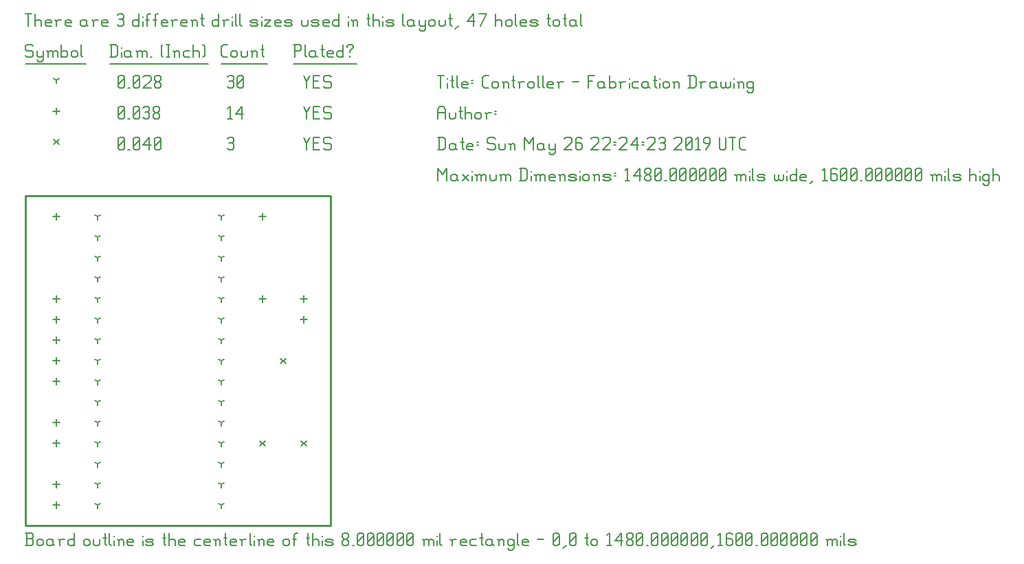
<source format=gbr>
G04 start of page 9 for group -3984 idx -3984 *
G04 Title: Controller, fab *
G04 Creator: pcb 4.0.2 *
G04 CreationDate: Sun May 26 22:24:23 2019 UTC *
G04 For: luigi *
G04 Format: Gerber/RS-274X *
G04 PCB-Dimensions (mil): 1480.00 1600.00 *
G04 PCB-Coordinate-Origin: lower left *
%MOIN*%
%FSLAX25Y25*%
%LNFAB*%
%ADD49C,0.0100*%
%ADD48C,0.0075*%
%ADD47C,0.0060*%
%ADD46C,0.0080*%
G54D46*X123800Y81200D02*X126200Y78800D01*
X123800D02*X126200Y81200D01*
X113800Y41200D02*X116200Y38800D01*
X113800D02*X116200Y41200D01*
X133800D02*X136200Y38800D01*
X133800D02*X136200Y41200D01*
X13800Y187450D02*X16200Y185050D01*
X13800D02*X16200Y187450D01*
G54D47*X135000Y188500D02*X136500Y185500D01*
X138000Y188500D01*
X136500Y185500D02*Y182500D01*
X139800Y185800D02*X142050D01*
X139800Y182500D02*X142800D01*
X139800Y188500D02*Y182500D01*
Y188500D02*X142800D01*
X147600D02*X148350Y187750D01*
X145350Y188500D02*X147600D01*
X144600Y187750D02*X145350Y188500D01*
X144600Y187750D02*Y186250D01*
X145350Y185500D01*
X147600D01*
X148350Y184750D01*
Y183250D01*
X147600Y182500D02*X148350Y183250D01*
X145350Y182500D02*X147600D01*
X144600Y183250D02*X145350Y182500D01*
X98000Y187750D02*X98750Y188500D01*
X100250D01*
X101000Y187750D01*
X100250Y182500D02*X101000Y183250D01*
X98750Y182500D02*X100250D01*
X98000Y183250D02*X98750Y182500D01*
Y185800D02*X100250D01*
X101000Y187750D02*Y186550D01*
Y185050D02*Y183250D01*
Y185050D02*X100250Y185800D01*
X101000Y186550D02*X100250Y185800D01*
X45000Y183250D02*X45750Y182500D01*
X45000Y187750D02*Y183250D01*
Y187750D02*X45750Y188500D01*
X47250D01*
X48000Y187750D01*
Y183250D01*
X47250Y182500D02*X48000Y183250D01*
X45750Y182500D02*X47250D01*
X45000Y184000D02*X48000Y187000D01*
X49800Y182500D02*X50550D01*
X52350Y183250D02*X53100Y182500D01*
X52350Y187750D02*Y183250D01*
Y187750D02*X53100Y188500D01*
X54600D01*
X55350Y187750D01*
Y183250D01*
X54600Y182500D02*X55350Y183250D01*
X53100Y182500D02*X54600D01*
X52350Y184000D02*X55350Y187000D01*
X57150Y184750D02*X60150Y188500D01*
X57150Y184750D02*X60900D01*
X60150Y188500D02*Y182500D01*
X62700Y183250D02*X63450Y182500D01*
X62700Y187750D02*Y183250D01*
Y187750D02*X63450Y188500D01*
X64950D01*
X65700Y187750D01*
Y183250D01*
X64950Y182500D02*X65700Y183250D01*
X63450Y182500D02*X64950D01*
X62700Y184000D02*X65700Y187000D01*
X115000Y111600D02*Y108400D01*
X113400Y110000D02*X116600D01*
X115000Y151600D02*Y148400D01*
X113400Y150000D02*X116600D01*
X15000Y111600D02*Y108400D01*
X13400Y110000D02*X16600D01*
X15000Y151600D02*Y148400D01*
X13400Y150000D02*X16600D01*
X15000Y21600D02*Y18400D01*
X13400Y20000D02*X16600D01*
X15000Y11600D02*Y8400D01*
X13400Y10000D02*X16600D01*
X135000Y101600D02*Y98400D01*
X133400Y100000D02*X136600D01*
X135000Y111600D02*Y108400D01*
X133400Y110000D02*X136600D01*
X15000Y71600D02*Y68400D01*
X13400Y70000D02*X16600D01*
X15000Y81600D02*Y78400D01*
X13400Y80000D02*X16600D01*
X15000Y91600D02*Y88400D01*
X13400Y90000D02*X16600D01*
X15000Y101600D02*Y98400D01*
X13400Y100000D02*X16600D01*
X15000Y41600D02*Y38400D01*
X13400Y40000D02*X16600D01*
X15000Y51600D02*Y48400D01*
X13400Y50000D02*X16600D01*
X15000Y202850D02*Y199650D01*
X13400Y201250D02*X16600D01*
X135000Y203500D02*X136500Y200500D01*
X138000Y203500D01*
X136500Y200500D02*Y197500D01*
X139800Y200800D02*X142050D01*
X139800Y197500D02*X142800D01*
X139800Y203500D02*Y197500D01*
Y203500D02*X142800D01*
X147600D02*X148350Y202750D01*
X145350Y203500D02*X147600D01*
X144600Y202750D02*X145350Y203500D01*
X144600Y202750D02*Y201250D01*
X145350Y200500D01*
X147600D01*
X148350Y199750D01*
Y198250D01*
X147600Y197500D02*X148350Y198250D01*
X145350Y197500D02*X147600D01*
X144600Y198250D02*X145350Y197500D01*
X98000Y202300D02*X99200Y203500D01*
Y197500D01*
X98000D02*X100250D01*
X102050Y199750D02*X105050Y203500D01*
X102050Y199750D02*X105800D01*
X105050Y203500D02*Y197500D01*
X45000Y198250D02*X45750Y197500D01*
X45000Y202750D02*Y198250D01*
Y202750D02*X45750Y203500D01*
X47250D01*
X48000Y202750D01*
Y198250D01*
X47250Y197500D02*X48000Y198250D01*
X45750Y197500D02*X47250D01*
X45000Y199000D02*X48000Y202000D01*
X49800Y197500D02*X50550D01*
X52350Y198250D02*X53100Y197500D01*
X52350Y202750D02*Y198250D01*
Y202750D02*X53100Y203500D01*
X54600D01*
X55350Y202750D01*
Y198250D01*
X54600Y197500D02*X55350Y198250D01*
X53100Y197500D02*X54600D01*
X52350Y199000D02*X55350Y202000D01*
X57150Y202750D02*X57900Y203500D01*
X59400D01*
X60150Y202750D01*
X59400Y197500D02*X60150Y198250D01*
X57900Y197500D02*X59400D01*
X57150Y198250D02*X57900Y197500D01*
Y200800D02*X59400D01*
X60150Y202750D02*Y201550D01*
Y200050D02*Y198250D01*
Y200050D02*X59400Y200800D01*
X60150Y201550D02*X59400Y200800D01*
X61950Y198250D02*X62700Y197500D01*
X61950Y199450D02*Y198250D01*
Y199450D02*X63000Y200500D01*
X63900D01*
X64950Y199450D01*
Y198250D01*
X64200Y197500D02*X64950Y198250D01*
X62700Y197500D02*X64200D01*
X61950Y201550D02*X63000Y200500D01*
X61950Y202750D02*Y201550D01*
Y202750D02*X62700Y203500D01*
X64200D01*
X64950Y202750D01*
Y201550D01*
X63900Y200500D02*X64950Y201550D01*
X35000Y150000D02*Y148400D01*
Y150000D02*X36387Y150800D01*
X35000Y150000D02*X33613Y150800D01*
X35000Y140000D02*Y138400D01*
Y140000D02*X36387Y140800D01*
X35000Y140000D02*X33613Y140800D01*
X35000Y130000D02*Y128400D01*
Y130000D02*X36387Y130800D01*
X35000Y130000D02*X33613Y130800D01*
X35000Y120000D02*Y118400D01*
Y120000D02*X36387Y120800D01*
X35000Y120000D02*X33613Y120800D01*
X35000Y110000D02*Y108400D01*
Y110000D02*X36387Y110800D01*
X35000Y110000D02*X33613Y110800D01*
X35000Y100000D02*Y98400D01*
Y100000D02*X36387Y100800D01*
X35000Y100000D02*X33613Y100800D01*
X35000Y90000D02*Y88400D01*
Y90000D02*X36387Y90800D01*
X35000Y90000D02*X33613Y90800D01*
X35000Y80000D02*Y78400D01*
Y80000D02*X36387Y80800D01*
X35000Y80000D02*X33613Y80800D01*
X35000Y70000D02*Y68400D01*
Y70000D02*X36387Y70800D01*
X35000Y70000D02*X33613Y70800D01*
X35000Y60000D02*Y58400D01*
Y60000D02*X36387Y60800D01*
X35000Y60000D02*X33613Y60800D01*
X35000Y50000D02*Y48400D01*
Y50000D02*X36387Y50800D01*
X35000Y50000D02*X33613Y50800D01*
X35000Y40000D02*Y38400D01*
Y40000D02*X36387Y40800D01*
X35000Y40000D02*X33613Y40800D01*
X35000Y30000D02*Y28400D01*
Y30000D02*X36387Y30800D01*
X35000Y30000D02*X33613Y30800D01*
X35000Y20000D02*Y18400D01*
Y20000D02*X36387Y20800D01*
X35000Y20000D02*X33613Y20800D01*
X35000Y10000D02*Y8400D01*
Y10000D02*X36387Y10800D01*
X35000Y10000D02*X33613Y10800D01*
X95000Y10000D02*Y8400D01*
Y10000D02*X96387Y10800D01*
X95000Y10000D02*X93613Y10800D01*
X95000Y20000D02*Y18400D01*
Y20000D02*X96387Y20800D01*
X95000Y20000D02*X93613Y20800D01*
X95000Y30000D02*Y28400D01*
Y30000D02*X96387Y30800D01*
X95000Y30000D02*X93613Y30800D01*
X95000Y40000D02*Y38400D01*
Y40000D02*X96387Y40800D01*
X95000Y40000D02*X93613Y40800D01*
X95000Y50000D02*Y48400D01*
Y50000D02*X96387Y50800D01*
X95000Y50000D02*X93613Y50800D01*
X95000Y60000D02*Y58400D01*
Y60000D02*X96387Y60800D01*
X95000Y60000D02*X93613Y60800D01*
X95000Y70000D02*Y68400D01*
Y70000D02*X96387Y70800D01*
X95000Y70000D02*X93613Y70800D01*
X95000Y80000D02*Y78400D01*
Y80000D02*X96387Y80800D01*
X95000Y80000D02*X93613Y80800D01*
X95000Y90000D02*Y88400D01*
Y90000D02*X96387Y90800D01*
X95000Y90000D02*X93613Y90800D01*
X95000Y100000D02*Y98400D01*
Y100000D02*X96387Y100800D01*
X95000Y100000D02*X93613Y100800D01*
X95000Y110000D02*Y108400D01*
Y110000D02*X96387Y110800D01*
X95000Y110000D02*X93613Y110800D01*
X95000Y120000D02*Y118400D01*
Y120000D02*X96387Y120800D01*
X95000Y120000D02*X93613Y120800D01*
X95000Y130000D02*Y128400D01*
Y130000D02*X96387Y130800D01*
X95000Y130000D02*X93613Y130800D01*
X95000Y140000D02*Y138400D01*
Y140000D02*X96387Y140800D01*
X95000Y140000D02*X93613Y140800D01*
X95000Y150000D02*Y148400D01*
Y150000D02*X96387Y150800D01*
X95000Y150000D02*X93613Y150800D01*
X15000Y216250D02*Y214650D01*
Y216250D02*X16387Y217050D01*
X15000Y216250D02*X13613Y217050D01*
X135000Y218500D02*X136500Y215500D01*
X138000Y218500D01*
X136500Y215500D02*Y212500D01*
X139800Y215800D02*X142050D01*
X139800Y212500D02*X142800D01*
X139800Y218500D02*Y212500D01*
Y218500D02*X142800D01*
X147600D02*X148350Y217750D01*
X145350Y218500D02*X147600D01*
X144600Y217750D02*X145350Y218500D01*
X144600Y217750D02*Y216250D01*
X145350Y215500D01*
X147600D01*
X148350Y214750D01*
Y213250D01*
X147600Y212500D02*X148350Y213250D01*
X145350Y212500D02*X147600D01*
X144600Y213250D02*X145350Y212500D01*
X98000Y217750D02*X98750Y218500D01*
X100250D01*
X101000Y217750D01*
X100250Y212500D02*X101000Y213250D01*
X98750Y212500D02*X100250D01*
X98000Y213250D02*X98750Y212500D01*
Y215800D02*X100250D01*
X101000Y217750D02*Y216550D01*
Y215050D02*Y213250D01*
Y215050D02*X100250Y215800D01*
X101000Y216550D02*X100250Y215800D01*
X102800Y213250D02*X103550Y212500D01*
X102800Y217750D02*Y213250D01*
Y217750D02*X103550Y218500D01*
X105050D01*
X105800Y217750D01*
Y213250D01*
X105050Y212500D02*X105800Y213250D01*
X103550Y212500D02*X105050D01*
X102800Y214000D02*X105800Y217000D01*
X45000Y213250D02*X45750Y212500D01*
X45000Y217750D02*Y213250D01*
Y217750D02*X45750Y218500D01*
X47250D01*
X48000Y217750D01*
Y213250D01*
X47250Y212500D02*X48000Y213250D01*
X45750Y212500D02*X47250D01*
X45000Y214000D02*X48000Y217000D01*
X49800Y212500D02*X50550D01*
X52350Y213250D02*X53100Y212500D01*
X52350Y217750D02*Y213250D01*
Y217750D02*X53100Y218500D01*
X54600D01*
X55350Y217750D01*
Y213250D01*
X54600Y212500D02*X55350Y213250D01*
X53100Y212500D02*X54600D01*
X52350Y214000D02*X55350Y217000D01*
X57150Y217750D02*X57900Y218500D01*
X60150D01*
X60900Y217750D01*
Y216250D01*
X57150Y212500D02*X60900Y216250D01*
X57150Y212500D02*X60900D01*
X62700Y213250D02*X63450Y212500D01*
X62700Y214450D02*Y213250D01*
Y214450D02*X63750Y215500D01*
X64650D01*
X65700Y214450D01*
Y213250D01*
X64950Y212500D02*X65700Y213250D01*
X63450Y212500D02*X64950D01*
X62700Y216550D02*X63750Y215500D01*
X62700Y217750D02*Y216550D01*
Y217750D02*X63450Y218500D01*
X64950D01*
X65700Y217750D01*
Y216550D01*
X64650Y215500D02*X65700Y216550D01*
X3000Y233500D02*X3750Y232750D01*
X750Y233500D02*X3000D01*
X0Y232750D02*X750Y233500D01*
X0Y232750D02*Y231250D01*
X750Y230500D01*
X3000D01*
X3750Y229750D01*
Y228250D01*
X3000Y227500D02*X3750Y228250D01*
X750Y227500D02*X3000D01*
X0Y228250D02*X750Y227500D01*
X5550Y230500D02*Y228250D01*
X6300Y227500D01*
X8550Y230500D02*Y226000D01*
X7800Y225250D02*X8550Y226000D01*
X6300Y225250D02*X7800D01*
X5550Y226000D02*X6300Y225250D01*
Y227500D02*X7800D01*
X8550Y228250D01*
X11100Y229750D02*Y227500D01*
Y229750D02*X11850Y230500D01*
X12600D01*
X13350Y229750D01*
Y227500D01*
Y229750D02*X14100Y230500D01*
X14850D01*
X15600Y229750D01*
Y227500D01*
X10350Y230500D02*X11100Y229750D01*
X17400Y233500D02*Y227500D01*
Y228250D02*X18150Y227500D01*
X19650D01*
X20400Y228250D01*
Y229750D02*Y228250D01*
X19650Y230500D02*X20400Y229750D01*
X18150Y230500D02*X19650D01*
X17400Y229750D02*X18150Y230500D01*
X22200Y229750D02*Y228250D01*
Y229750D02*X22950Y230500D01*
X24450D01*
X25200Y229750D01*
Y228250D01*
X24450Y227500D02*X25200Y228250D01*
X22950Y227500D02*X24450D01*
X22200Y228250D02*X22950Y227500D01*
X27000Y233500D02*Y228250D01*
X27750Y227500D01*
X0Y224250D02*X29250D01*
X41750Y233500D02*Y227500D01*
X43700Y233500D02*X44750Y232450D01*
Y228550D01*
X43700Y227500D02*X44750Y228550D01*
X41000Y227500D02*X43700D01*
X41000Y233500D02*X43700D01*
G54D48*X46550Y232000D02*Y231850D01*
G54D47*Y229750D02*Y227500D01*
X50300Y230500D02*X51050Y229750D01*
X48800Y230500D02*X50300D01*
X48050Y229750D02*X48800Y230500D01*
X48050Y229750D02*Y228250D01*
X48800Y227500D01*
X51050Y230500D02*Y228250D01*
X51800Y227500D01*
X48800D02*X50300D01*
X51050Y228250D01*
X54350Y229750D02*Y227500D01*
Y229750D02*X55100Y230500D01*
X55850D01*
X56600Y229750D01*
Y227500D01*
Y229750D02*X57350Y230500D01*
X58100D01*
X58850Y229750D01*
Y227500D01*
X53600Y230500D02*X54350Y229750D01*
X60650Y227500D02*X61400D01*
X65900Y228250D02*X66650Y227500D01*
X65900Y232750D02*X66650Y233500D01*
X65900Y232750D02*Y228250D01*
X68450Y233500D02*X69950D01*
X69200D02*Y227500D01*
X68450D02*X69950D01*
X72500Y229750D02*Y227500D01*
Y229750D02*X73250Y230500D01*
X74000D01*
X74750Y229750D01*
Y227500D01*
X71750Y230500D02*X72500Y229750D01*
X77300Y230500D02*X79550D01*
X76550Y229750D02*X77300Y230500D01*
X76550Y229750D02*Y228250D01*
X77300Y227500D01*
X79550D01*
X81350Y233500D02*Y227500D01*
Y229750D02*X82100Y230500D01*
X83600D01*
X84350Y229750D01*
Y227500D01*
X86150Y233500D02*X86900Y232750D01*
Y228250D01*
X86150Y227500D02*X86900Y228250D01*
X41000Y224250D02*X88700D01*
X96050Y227500D02*X98000D01*
X95000Y228550D02*X96050Y227500D01*
X95000Y232450D02*Y228550D01*
Y232450D02*X96050Y233500D01*
X98000D01*
X99800Y229750D02*Y228250D01*
Y229750D02*X100550Y230500D01*
X102050D01*
X102800Y229750D01*
Y228250D01*
X102050Y227500D02*X102800Y228250D01*
X100550Y227500D02*X102050D01*
X99800Y228250D02*X100550Y227500D01*
X104600Y230500D02*Y228250D01*
X105350Y227500D01*
X106850D01*
X107600Y228250D01*
Y230500D02*Y228250D01*
X110150Y229750D02*Y227500D01*
Y229750D02*X110900Y230500D01*
X111650D01*
X112400Y229750D01*
Y227500D01*
X109400Y230500D02*X110150Y229750D01*
X114950Y233500D02*Y228250D01*
X115700Y227500D01*
X114200Y231250D02*X115700D01*
X95000Y224250D02*X117200D01*
X130750Y233500D02*Y227500D01*
X130000Y233500D02*X133000D01*
X133750Y232750D01*
Y231250D01*
X133000Y230500D02*X133750Y231250D01*
X130750Y230500D02*X133000D01*
X135550Y233500D02*Y228250D01*
X136300Y227500D01*
X140050Y230500D02*X140800Y229750D01*
X138550Y230500D02*X140050D01*
X137800Y229750D02*X138550Y230500D01*
X137800Y229750D02*Y228250D01*
X138550Y227500D01*
X140800Y230500D02*Y228250D01*
X141550Y227500D01*
X138550D02*X140050D01*
X140800Y228250D01*
X144100Y233500D02*Y228250D01*
X144850Y227500D01*
X143350Y231250D02*X144850D01*
X147100Y227500D02*X149350D01*
X146350Y228250D02*X147100Y227500D01*
X146350Y229750D02*Y228250D01*
Y229750D02*X147100Y230500D01*
X148600D01*
X149350Y229750D01*
X146350Y229000D02*X149350D01*
Y229750D02*Y229000D01*
X154150Y233500D02*Y227500D01*
X153400D02*X154150Y228250D01*
X151900Y227500D02*X153400D01*
X151150Y228250D02*X151900Y227500D01*
X151150Y229750D02*Y228250D01*
Y229750D02*X151900Y230500D01*
X153400D01*
X154150Y229750D01*
X157450Y230500D02*Y229750D01*
Y228250D02*Y227500D01*
X155950Y232750D02*Y232000D01*
Y232750D02*X156700Y233500D01*
X158200D01*
X158950Y232750D01*
Y232000D01*
X157450Y230500D02*X158950Y232000D01*
X130000Y224250D02*X160750D01*
X0Y248500D02*X3000D01*
X1500D02*Y242500D01*
X4800Y248500D02*Y242500D01*
Y244750D02*X5550Y245500D01*
X7050D01*
X7800Y244750D01*
Y242500D01*
X10350D02*X12600D01*
X9600Y243250D02*X10350Y242500D01*
X9600Y244750D02*Y243250D01*
Y244750D02*X10350Y245500D01*
X11850D01*
X12600Y244750D01*
X9600Y244000D02*X12600D01*
Y244750D02*Y244000D01*
X15150Y244750D02*Y242500D01*
Y244750D02*X15900Y245500D01*
X17400D01*
X14400D02*X15150Y244750D01*
X19950Y242500D02*X22200D01*
X19200Y243250D02*X19950Y242500D01*
X19200Y244750D02*Y243250D01*
Y244750D02*X19950Y245500D01*
X21450D01*
X22200Y244750D01*
X19200Y244000D02*X22200D01*
Y244750D02*Y244000D01*
X28950Y245500D02*X29700Y244750D01*
X27450Y245500D02*X28950D01*
X26700Y244750D02*X27450Y245500D01*
X26700Y244750D02*Y243250D01*
X27450Y242500D01*
X29700Y245500D02*Y243250D01*
X30450Y242500D01*
X27450D02*X28950D01*
X29700Y243250D01*
X33000Y244750D02*Y242500D01*
Y244750D02*X33750Y245500D01*
X35250D01*
X32250D02*X33000Y244750D01*
X37800Y242500D02*X40050D01*
X37050Y243250D02*X37800Y242500D01*
X37050Y244750D02*Y243250D01*
Y244750D02*X37800Y245500D01*
X39300D01*
X40050Y244750D01*
X37050Y244000D02*X40050D01*
Y244750D02*Y244000D01*
X44550Y247750D02*X45300Y248500D01*
X46800D01*
X47550Y247750D01*
X46800Y242500D02*X47550Y243250D01*
X45300Y242500D02*X46800D01*
X44550Y243250D02*X45300Y242500D01*
Y245800D02*X46800D01*
X47550Y247750D02*Y246550D01*
Y245050D02*Y243250D01*
Y245050D02*X46800Y245800D01*
X47550Y246550D02*X46800Y245800D01*
X55050Y248500D02*Y242500D01*
X54300D02*X55050Y243250D01*
X52800Y242500D02*X54300D01*
X52050Y243250D02*X52800Y242500D01*
X52050Y244750D02*Y243250D01*
Y244750D02*X52800Y245500D01*
X54300D01*
X55050Y244750D01*
G54D48*X56850Y247000D02*Y246850D01*
G54D47*Y244750D02*Y242500D01*
X59100Y247750D02*Y242500D01*
Y247750D02*X59850Y248500D01*
X60600D01*
X58350Y245500D02*X59850D01*
X62850Y247750D02*Y242500D01*
Y247750D02*X63600Y248500D01*
X64350D01*
X62100Y245500D02*X63600D01*
X66600Y242500D02*X68850D01*
X65850Y243250D02*X66600Y242500D01*
X65850Y244750D02*Y243250D01*
Y244750D02*X66600Y245500D01*
X68100D01*
X68850Y244750D01*
X65850Y244000D02*X68850D01*
Y244750D02*Y244000D01*
X71400Y244750D02*Y242500D01*
Y244750D02*X72150Y245500D01*
X73650D01*
X70650D02*X71400Y244750D01*
X76200Y242500D02*X78450D01*
X75450Y243250D02*X76200Y242500D01*
X75450Y244750D02*Y243250D01*
Y244750D02*X76200Y245500D01*
X77700D01*
X78450Y244750D01*
X75450Y244000D02*X78450D01*
Y244750D02*Y244000D01*
X81000Y244750D02*Y242500D01*
Y244750D02*X81750Y245500D01*
X82500D01*
X83250Y244750D01*
Y242500D01*
X80250Y245500D02*X81000Y244750D01*
X85800Y248500D02*Y243250D01*
X86550Y242500D01*
X85050Y246250D02*X86550D01*
X93750Y248500D02*Y242500D01*
X93000D02*X93750Y243250D01*
X91500Y242500D02*X93000D01*
X90750Y243250D02*X91500Y242500D01*
X90750Y244750D02*Y243250D01*
Y244750D02*X91500Y245500D01*
X93000D01*
X93750Y244750D01*
X96300D02*Y242500D01*
Y244750D02*X97050Y245500D01*
X98550D01*
X95550D02*X96300Y244750D01*
G54D48*X100350Y247000D02*Y246850D01*
G54D47*Y244750D02*Y242500D01*
X101850Y248500D02*Y243250D01*
X102600Y242500D01*
X104100Y248500D02*Y243250D01*
X104850Y242500D01*
X109800D02*X112050D01*
X112800Y243250D01*
X112050Y244000D02*X112800Y243250D01*
X109800Y244000D02*X112050D01*
X109050Y244750D02*X109800Y244000D01*
X109050Y244750D02*X109800Y245500D01*
X112050D01*
X112800Y244750D01*
X109050Y243250D02*X109800Y242500D01*
G54D48*X114600Y247000D02*Y246850D01*
G54D47*Y244750D02*Y242500D01*
X116100Y245500D02*X119100D01*
X116100Y242500D02*X119100Y245500D01*
X116100Y242500D02*X119100D01*
X121650D02*X123900D01*
X120900Y243250D02*X121650Y242500D01*
X120900Y244750D02*Y243250D01*
Y244750D02*X121650Y245500D01*
X123150D01*
X123900Y244750D01*
X120900Y244000D02*X123900D01*
Y244750D02*Y244000D01*
X126450Y242500D02*X128700D01*
X129450Y243250D01*
X128700Y244000D02*X129450Y243250D01*
X126450Y244000D02*X128700D01*
X125700Y244750D02*X126450Y244000D01*
X125700Y244750D02*X126450Y245500D01*
X128700D01*
X129450Y244750D01*
X125700Y243250D02*X126450Y242500D01*
X133950Y245500D02*Y243250D01*
X134700Y242500D01*
X136200D01*
X136950Y243250D01*
Y245500D02*Y243250D01*
X139500Y242500D02*X141750D01*
X142500Y243250D01*
X141750Y244000D02*X142500Y243250D01*
X139500Y244000D02*X141750D01*
X138750Y244750D02*X139500Y244000D01*
X138750Y244750D02*X139500Y245500D01*
X141750D01*
X142500Y244750D01*
X138750Y243250D02*X139500Y242500D01*
X145050D02*X147300D01*
X144300Y243250D02*X145050Y242500D01*
X144300Y244750D02*Y243250D01*
Y244750D02*X145050Y245500D01*
X146550D01*
X147300Y244750D01*
X144300Y244000D02*X147300D01*
Y244750D02*Y244000D01*
X152100Y248500D02*Y242500D01*
X151350D02*X152100Y243250D01*
X149850Y242500D02*X151350D01*
X149100Y243250D02*X149850Y242500D01*
X149100Y244750D02*Y243250D01*
Y244750D02*X149850Y245500D01*
X151350D01*
X152100Y244750D01*
G54D48*X156600Y247000D02*Y246850D01*
G54D47*Y244750D02*Y242500D01*
X158850Y244750D02*Y242500D01*
Y244750D02*X159600Y245500D01*
X160350D01*
X161100Y244750D01*
Y242500D01*
X158100Y245500D02*X158850Y244750D01*
X166350Y248500D02*Y243250D01*
X167100Y242500D01*
X165600Y246250D02*X167100D01*
X168600Y248500D02*Y242500D01*
Y244750D02*X169350Y245500D01*
X170850D01*
X171600Y244750D01*
Y242500D01*
G54D48*X173400Y247000D02*Y246850D01*
G54D47*Y244750D02*Y242500D01*
X175650D02*X177900D01*
X178650Y243250D01*
X177900Y244000D02*X178650Y243250D01*
X175650Y244000D02*X177900D01*
X174900Y244750D02*X175650Y244000D01*
X174900Y244750D02*X175650Y245500D01*
X177900D01*
X178650Y244750D01*
X174900Y243250D02*X175650Y242500D01*
X183150Y248500D02*Y243250D01*
X183900Y242500D01*
X187650Y245500D02*X188400Y244750D01*
X186150Y245500D02*X187650D01*
X185400Y244750D02*X186150Y245500D01*
X185400Y244750D02*Y243250D01*
X186150Y242500D01*
X188400Y245500D02*Y243250D01*
X189150Y242500D01*
X186150D02*X187650D01*
X188400Y243250D01*
X190950Y245500D02*Y243250D01*
X191700Y242500D01*
X193950Y245500D02*Y241000D01*
X193200Y240250D02*X193950Y241000D01*
X191700Y240250D02*X193200D01*
X190950Y241000D02*X191700Y240250D01*
Y242500D02*X193200D01*
X193950Y243250D01*
X195750Y244750D02*Y243250D01*
Y244750D02*X196500Y245500D01*
X198000D01*
X198750Y244750D01*
Y243250D01*
X198000Y242500D02*X198750Y243250D01*
X196500Y242500D02*X198000D01*
X195750Y243250D02*X196500Y242500D01*
X200550Y245500D02*Y243250D01*
X201300Y242500D01*
X202800D01*
X203550Y243250D01*
Y245500D02*Y243250D01*
X206100Y248500D02*Y243250D01*
X206850Y242500D01*
X205350Y246250D02*X206850D01*
X208350Y241000D02*X209850Y242500D01*
X214350Y244750D02*X217350Y248500D01*
X214350Y244750D02*X218100D01*
X217350Y248500D02*Y242500D01*
X220650D02*X223650Y248500D01*
X219900D02*X223650D01*
X228150D02*Y242500D01*
Y244750D02*X228900Y245500D01*
X230400D01*
X231150Y244750D01*
Y242500D01*
X232950Y244750D02*Y243250D01*
Y244750D02*X233700Y245500D01*
X235200D01*
X235950Y244750D01*
Y243250D01*
X235200Y242500D02*X235950Y243250D01*
X233700Y242500D02*X235200D01*
X232950Y243250D02*X233700Y242500D01*
X237750Y248500D02*Y243250D01*
X238500Y242500D01*
X240750D02*X243000D01*
X240000Y243250D02*X240750Y242500D01*
X240000Y244750D02*Y243250D01*
Y244750D02*X240750Y245500D01*
X242250D01*
X243000Y244750D01*
X240000Y244000D02*X243000D01*
Y244750D02*Y244000D01*
X245550Y242500D02*X247800D01*
X248550Y243250D01*
X247800Y244000D02*X248550Y243250D01*
X245550Y244000D02*X247800D01*
X244800Y244750D02*X245550Y244000D01*
X244800Y244750D02*X245550Y245500D01*
X247800D01*
X248550Y244750D01*
X244800Y243250D02*X245550Y242500D01*
X253800Y248500D02*Y243250D01*
X254550Y242500D01*
X253050Y246250D02*X254550D01*
X256050Y244750D02*Y243250D01*
Y244750D02*X256800Y245500D01*
X258300D01*
X259050Y244750D01*
Y243250D01*
X258300Y242500D02*X259050Y243250D01*
X256800Y242500D02*X258300D01*
X256050Y243250D02*X256800Y242500D01*
X261600Y248500D02*Y243250D01*
X262350Y242500D01*
X260850Y246250D02*X262350D01*
X266100Y245500D02*X266850Y244750D01*
X264600Y245500D02*X266100D01*
X263850Y244750D02*X264600Y245500D01*
X263850Y244750D02*Y243250D01*
X264600Y242500D01*
X266850Y245500D02*Y243250D01*
X267600Y242500D01*
X264600D02*X266100D01*
X266850Y243250D01*
X269400Y248500D02*Y243250D01*
X270150Y242500D01*
G54D49*X0Y160000D02*X148000D01*
X0D02*Y0D01*
X148000Y160000D02*Y0D01*
X0D02*X148000D01*
G54D47*X200000Y173500D02*Y167500D01*
Y173500D02*X202250Y170500D01*
X204500Y173500D01*
Y167500D01*
X208550Y170500D02*X209300Y169750D01*
X207050Y170500D02*X208550D01*
X206300Y169750D02*X207050Y170500D01*
X206300Y169750D02*Y168250D01*
X207050Y167500D01*
X209300Y170500D02*Y168250D01*
X210050Y167500D01*
X207050D02*X208550D01*
X209300Y168250D01*
X211850Y170500D02*X214850Y167500D01*
X211850D02*X214850Y170500D01*
G54D48*X216650Y172000D02*Y171850D01*
G54D47*Y169750D02*Y167500D01*
X218900Y169750D02*Y167500D01*
Y169750D02*X219650Y170500D01*
X220400D01*
X221150Y169750D01*
Y167500D01*
Y169750D02*X221900Y170500D01*
X222650D01*
X223400Y169750D01*
Y167500D01*
X218150Y170500D02*X218900Y169750D01*
X225200Y170500D02*Y168250D01*
X225950Y167500D01*
X227450D01*
X228200Y168250D01*
Y170500D02*Y168250D01*
X230750Y169750D02*Y167500D01*
Y169750D02*X231500Y170500D01*
X232250D01*
X233000Y169750D01*
Y167500D01*
Y169750D02*X233750Y170500D01*
X234500D01*
X235250Y169750D01*
Y167500D01*
X230000Y170500D02*X230750Y169750D01*
X240500Y173500D02*Y167500D01*
X242450Y173500D02*X243500Y172450D01*
Y168550D01*
X242450Y167500D02*X243500Y168550D01*
X239750Y167500D02*X242450D01*
X239750Y173500D02*X242450D01*
G54D48*X245300Y172000D02*Y171850D01*
G54D47*Y169750D02*Y167500D01*
X247550Y169750D02*Y167500D01*
Y169750D02*X248300Y170500D01*
X249050D01*
X249800Y169750D01*
Y167500D01*
Y169750D02*X250550Y170500D01*
X251300D01*
X252050Y169750D01*
Y167500D01*
X246800Y170500D02*X247550Y169750D01*
X254600Y167500D02*X256850D01*
X253850Y168250D02*X254600Y167500D01*
X253850Y169750D02*Y168250D01*
Y169750D02*X254600Y170500D01*
X256100D01*
X256850Y169750D01*
X253850Y169000D02*X256850D01*
Y169750D02*Y169000D01*
X259400Y169750D02*Y167500D01*
Y169750D02*X260150Y170500D01*
X260900D01*
X261650Y169750D01*
Y167500D01*
X258650Y170500D02*X259400Y169750D01*
X264200Y167500D02*X266450D01*
X267200Y168250D01*
X266450Y169000D02*X267200Y168250D01*
X264200Y169000D02*X266450D01*
X263450Y169750D02*X264200Y169000D01*
X263450Y169750D02*X264200Y170500D01*
X266450D01*
X267200Y169750D01*
X263450Y168250D02*X264200Y167500D01*
G54D48*X269000Y172000D02*Y171850D01*
G54D47*Y169750D02*Y167500D01*
X270500Y169750D02*Y168250D01*
Y169750D02*X271250Y170500D01*
X272750D01*
X273500Y169750D01*
Y168250D01*
X272750Y167500D02*X273500Y168250D01*
X271250Y167500D02*X272750D01*
X270500Y168250D02*X271250Y167500D01*
X276050Y169750D02*Y167500D01*
Y169750D02*X276800Y170500D01*
X277550D01*
X278300Y169750D01*
Y167500D01*
X275300Y170500D02*X276050Y169750D01*
X280850Y167500D02*X283100D01*
X283850Y168250D01*
X283100Y169000D02*X283850Y168250D01*
X280850Y169000D02*X283100D01*
X280100Y169750D02*X280850Y169000D01*
X280100Y169750D02*X280850Y170500D01*
X283100D01*
X283850Y169750D01*
X280100Y168250D02*X280850Y167500D01*
X285650Y171250D02*X286400D01*
X285650Y169750D02*X286400D01*
X290900Y172300D02*X292100Y173500D01*
Y167500D01*
X290900D02*X293150D01*
X294950Y169750D02*X297950Y173500D01*
X294950Y169750D02*X298700D01*
X297950Y173500D02*Y167500D01*
X300500Y168250D02*X301250Y167500D01*
X300500Y169450D02*Y168250D01*
Y169450D02*X301550Y170500D01*
X302450D01*
X303500Y169450D01*
Y168250D01*
X302750Y167500D02*X303500Y168250D01*
X301250Y167500D02*X302750D01*
X300500Y171550D02*X301550Y170500D01*
X300500Y172750D02*Y171550D01*
Y172750D02*X301250Y173500D01*
X302750D01*
X303500Y172750D01*
Y171550D01*
X302450Y170500D02*X303500Y171550D01*
X305300Y168250D02*X306050Y167500D01*
X305300Y172750D02*Y168250D01*
Y172750D02*X306050Y173500D01*
X307550D01*
X308300Y172750D01*
Y168250D01*
X307550Y167500D02*X308300Y168250D01*
X306050Y167500D02*X307550D01*
X305300Y169000D02*X308300Y172000D01*
X310100Y167500D02*X310850D01*
X312650Y168250D02*X313400Y167500D01*
X312650Y172750D02*Y168250D01*
Y172750D02*X313400Y173500D01*
X314900D01*
X315650Y172750D01*
Y168250D01*
X314900Y167500D02*X315650Y168250D01*
X313400Y167500D02*X314900D01*
X312650Y169000D02*X315650Y172000D01*
X317450Y168250D02*X318200Y167500D01*
X317450Y172750D02*Y168250D01*
Y172750D02*X318200Y173500D01*
X319700D01*
X320450Y172750D01*
Y168250D01*
X319700Y167500D02*X320450Y168250D01*
X318200Y167500D02*X319700D01*
X317450Y169000D02*X320450Y172000D01*
X322250Y168250D02*X323000Y167500D01*
X322250Y172750D02*Y168250D01*
Y172750D02*X323000Y173500D01*
X324500D01*
X325250Y172750D01*
Y168250D01*
X324500Y167500D02*X325250Y168250D01*
X323000Y167500D02*X324500D01*
X322250Y169000D02*X325250Y172000D01*
X327050Y168250D02*X327800Y167500D01*
X327050Y172750D02*Y168250D01*
Y172750D02*X327800Y173500D01*
X329300D01*
X330050Y172750D01*
Y168250D01*
X329300Y167500D02*X330050Y168250D01*
X327800Y167500D02*X329300D01*
X327050Y169000D02*X330050Y172000D01*
X331850Y168250D02*X332600Y167500D01*
X331850Y172750D02*Y168250D01*
Y172750D02*X332600Y173500D01*
X334100D01*
X334850Y172750D01*
Y168250D01*
X334100Y167500D02*X334850Y168250D01*
X332600Y167500D02*X334100D01*
X331850Y169000D02*X334850Y172000D01*
X336650Y168250D02*X337400Y167500D01*
X336650Y172750D02*Y168250D01*
Y172750D02*X337400Y173500D01*
X338900D01*
X339650Y172750D01*
Y168250D01*
X338900Y167500D02*X339650Y168250D01*
X337400Y167500D02*X338900D01*
X336650Y169000D02*X339650Y172000D01*
X344900Y169750D02*Y167500D01*
Y169750D02*X345650Y170500D01*
X346400D01*
X347150Y169750D01*
Y167500D01*
Y169750D02*X347900Y170500D01*
X348650D01*
X349400Y169750D01*
Y167500D01*
X344150Y170500D02*X344900Y169750D01*
G54D48*X351200Y172000D02*Y171850D01*
G54D47*Y169750D02*Y167500D01*
X352700Y173500D02*Y168250D01*
X353450Y167500D01*
X355700D02*X357950D01*
X358700Y168250D01*
X357950Y169000D02*X358700Y168250D01*
X355700Y169000D02*X357950D01*
X354950Y169750D02*X355700Y169000D01*
X354950Y169750D02*X355700Y170500D01*
X357950D01*
X358700Y169750D01*
X354950Y168250D02*X355700Y167500D01*
X363200Y170500D02*Y168250D01*
X363950Y167500D01*
X364700D01*
X365450Y168250D01*
Y170500D02*Y168250D01*
X366200Y167500D01*
X366950D01*
X367700Y168250D01*
Y170500D02*Y168250D01*
G54D48*X369500Y172000D02*Y171850D01*
G54D47*Y169750D02*Y167500D01*
X374000Y173500D02*Y167500D01*
X373250D02*X374000Y168250D01*
X371750Y167500D02*X373250D01*
X371000Y168250D02*X371750Y167500D01*
X371000Y169750D02*Y168250D01*
Y169750D02*X371750Y170500D01*
X373250D01*
X374000Y169750D01*
X376550Y167500D02*X378800D01*
X375800Y168250D02*X376550Y167500D01*
X375800Y169750D02*Y168250D01*
Y169750D02*X376550Y170500D01*
X378050D01*
X378800Y169750D01*
X375800Y169000D02*X378800D01*
Y169750D02*Y169000D01*
X380600Y166000D02*X382100Y167500D01*
X386600Y172300D02*X387800Y173500D01*
Y167500D01*
X386600D02*X388850D01*
X392900Y173500D02*X393650Y172750D01*
X391400Y173500D02*X392900D01*
X390650Y172750D02*X391400Y173500D01*
X390650Y172750D02*Y168250D01*
X391400Y167500D01*
X392900Y170800D02*X393650Y170050D01*
X390650Y170800D02*X392900D01*
X391400Y167500D02*X392900D01*
X393650Y168250D01*
Y170050D02*Y168250D01*
X395450D02*X396200Y167500D01*
X395450Y172750D02*Y168250D01*
Y172750D02*X396200Y173500D01*
X397700D01*
X398450Y172750D01*
Y168250D01*
X397700Y167500D02*X398450Y168250D01*
X396200Y167500D02*X397700D01*
X395450Y169000D02*X398450Y172000D01*
X400250Y168250D02*X401000Y167500D01*
X400250Y172750D02*Y168250D01*
Y172750D02*X401000Y173500D01*
X402500D01*
X403250Y172750D01*
Y168250D01*
X402500Y167500D02*X403250Y168250D01*
X401000Y167500D02*X402500D01*
X400250Y169000D02*X403250Y172000D01*
X405050Y167500D02*X405800D01*
X407600Y168250D02*X408350Y167500D01*
X407600Y172750D02*Y168250D01*
Y172750D02*X408350Y173500D01*
X409850D01*
X410600Y172750D01*
Y168250D01*
X409850Y167500D02*X410600Y168250D01*
X408350Y167500D02*X409850D01*
X407600Y169000D02*X410600Y172000D01*
X412400Y168250D02*X413150Y167500D01*
X412400Y172750D02*Y168250D01*
Y172750D02*X413150Y173500D01*
X414650D01*
X415400Y172750D01*
Y168250D01*
X414650Y167500D02*X415400Y168250D01*
X413150Y167500D02*X414650D01*
X412400Y169000D02*X415400Y172000D01*
X417200Y168250D02*X417950Y167500D01*
X417200Y172750D02*Y168250D01*
Y172750D02*X417950Y173500D01*
X419450D01*
X420200Y172750D01*
Y168250D01*
X419450Y167500D02*X420200Y168250D01*
X417950Y167500D02*X419450D01*
X417200Y169000D02*X420200Y172000D01*
X422000Y168250D02*X422750Y167500D01*
X422000Y172750D02*Y168250D01*
Y172750D02*X422750Y173500D01*
X424250D01*
X425000Y172750D01*
Y168250D01*
X424250Y167500D02*X425000Y168250D01*
X422750Y167500D02*X424250D01*
X422000Y169000D02*X425000Y172000D01*
X426800Y168250D02*X427550Y167500D01*
X426800Y172750D02*Y168250D01*
Y172750D02*X427550Y173500D01*
X429050D01*
X429800Y172750D01*
Y168250D01*
X429050Y167500D02*X429800Y168250D01*
X427550Y167500D02*X429050D01*
X426800Y169000D02*X429800Y172000D01*
X431600Y168250D02*X432350Y167500D01*
X431600Y172750D02*Y168250D01*
Y172750D02*X432350Y173500D01*
X433850D01*
X434600Y172750D01*
Y168250D01*
X433850Y167500D02*X434600Y168250D01*
X432350Y167500D02*X433850D01*
X431600Y169000D02*X434600Y172000D01*
X439850Y169750D02*Y167500D01*
Y169750D02*X440600Y170500D01*
X441350D01*
X442100Y169750D01*
Y167500D01*
Y169750D02*X442850Y170500D01*
X443600D01*
X444350Y169750D01*
Y167500D01*
X439100Y170500D02*X439850Y169750D01*
G54D48*X446150Y172000D02*Y171850D01*
G54D47*Y169750D02*Y167500D01*
X447650Y173500D02*Y168250D01*
X448400Y167500D01*
X450650D02*X452900D01*
X453650Y168250D01*
X452900Y169000D02*X453650Y168250D01*
X450650Y169000D02*X452900D01*
X449900Y169750D02*X450650Y169000D01*
X449900Y169750D02*X450650Y170500D01*
X452900D01*
X453650Y169750D01*
X449900Y168250D02*X450650Y167500D01*
X458150Y173500D02*Y167500D01*
Y169750D02*X458900Y170500D01*
X460400D01*
X461150Y169750D01*
Y167500D01*
G54D48*X462950Y172000D02*Y171850D01*
G54D47*Y169750D02*Y167500D01*
X466700Y170500D02*X467450Y169750D01*
X465200Y170500D02*X466700D01*
X464450Y169750D02*X465200Y170500D01*
X464450Y169750D02*Y168250D01*
X465200Y167500D01*
X466700D01*
X467450Y168250D01*
X464450Y166000D02*X465200Y165250D01*
X466700D01*
X467450Y166000D01*
Y170500D02*Y166000D01*
X469250Y173500D02*Y167500D01*
Y169750D02*X470000Y170500D01*
X471500D01*
X472250Y169750D01*
Y167500D01*
X0Y-9500D02*X3000D01*
X3750Y-8750D01*
Y-6950D02*Y-8750D01*
X3000Y-6200D02*X3750Y-6950D01*
X750Y-6200D02*X3000D01*
X750Y-3500D02*Y-9500D01*
X0Y-3500D02*X3000D01*
X3750Y-4250D01*
Y-5450D01*
X3000Y-6200D02*X3750Y-5450D01*
X5550Y-7250D02*Y-8750D01*
Y-7250D02*X6300Y-6500D01*
X7800D01*
X8550Y-7250D01*
Y-8750D01*
X7800Y-9500D02*X8550Y-8750D01*
X6300Y-9500D02*X7800D01*
X5550Y-8750D02*X6300Y-9500D01*
X12600Y-6500D02*X13350Y-7250D01*
X11100Y-6500D02*X12600D01*
X10350Y-7250D02*X11100Y-6500D01*
X10350Y-7250D02*Y-8750D01*
X11100Y-9500D01*
X13350Y-6500D02*Y-8750D01*
X14100Y-9500D01*
X11100D02*X12600D01*
X13350Y-8750D01*
X16650Y-7250D02*Y-9500D01*
Y-7250D02*X17400Y-6500D01*
X18900D01*
X15900D02*X16650Y-7250D01*
X23700Y-3500D02*Y-9500D01*
X22950D02*X23700Y-8750D01*
X21450Y-9500D02*X22950D01*
X20700Y-8750D02*X21450Y-9500D01*
X20700Y-7250D02*Y-8750D01*
Y-7250D02*X21450Y-6500D01*
X22950D01*
X23700Y-7250D01*
X28200D02*Y-8750D01*
Y-7250D02*X28950Y-6500D01*
X30450D01*
X31200Y-7250D01*
Y-8750D01*
X30450Y-9500D02*X31200Y-8750D01*
X28950Y-9500D02*X30450D01*
X28200Y-8750D02*X28950Y-9500D01*
X33000Y-6500D02*Y-8750D01*
X33750Y-9500D01*
X35250D01*
X36000Y-8750D01*
Y-6500D02*Y-8750D01*
X38550Y-3500D02*Y-8750D01*
X39300Y-9500D01*
X37800Y-5750D02*X39300D01*
X40800Y-3500D02*Y-8750D01*
X41550Y-9500D01*
G54D48*X43050Y-5000D02*Y-5150D01*
G54D47*Y-7250D02*Y-9500D01*
X45300Y-7250D02*Y-9500D01*
Y-7250D02*X46050Y-6500D01*
X46800D01*
X47550Y-7250D01*
Y-9500D01*
X44550Y-6500D02*X45300Y-7250D01*
X50100Y-9500D02*X52350D01*
X49350Y-8750D02*X50100Y-9500D01*
X49350Y-7250D02*Y-8750D01*
Y-7250D02*X50100Y-6500D01*
X51600D01*
X52350Y-7250D01*
X49350Y-8000D02*X52350D01*
Y-7250D02*Y-8000D01*
G54D48*X56850Y-5000D02*Y-5150D01*
G54D47*Y-7250D02*Y-9500D01*
X59100D02*X61350D01*
X62100Y-8750D01*
X61350Y-8000D02*X62100Y-8750D01*
X59100Y-8000D02*X61350D01*
X58350Y-7250D02*X59100Y-8000D01*
X58350Y-7250D02*X59100Y-6500D01*
X61350D01*
X62100Y-7250D01*
X58350Y-8750D02*X59100Y-9500D01*
X67350Y-3500D02*Y-8750D01*
X68100Y-9500D01*
X66600Y-5750D02*X68100D01*
X69600Y-3500D02*Y-9500D01*
Y-7250D02*X70350Y-6500D01*
X71850D01*
X72600Y-7250D01*
Y-9500D01*
X75150D02*X77400D01*
X74400Y-8750D02*X75150Y-9500D01*
X74400Y-7250D02*Y-8750D01*
Y-7250D02*X75150Y-6500D01*
X76650D01*
X77400Y-7250D01*
X74400Y-8000D02*X77400D01*
Y-7250D02*Y-8000D01*
X82650Y-6500D02*X84900D01*
X81900Y-7250D02*X82650Y-6500D01*
X81900Y-7250D02*Y-8750D01*
X82650Y-9500D01*
X84900D01*
X87450D02*X89700D01*
X86700Y-8750D02*X87450Y-9500D01*
X86700Y-7250D02*Y-8750D01*
Y-7250D02*X87450Y-6500D01*
X88950D01*
X89700Y-7250D01*
X86700Y-8000D02*X89700D01*
Y-7250D02*Y-8000D01*
X92250Y-7250D02*Y-9500D01*
Y-7250D02*X93000Y-6500D01*
X93750D01*
X94500Y-7250D01*
Y-9500D01*
X91500Y-6500D02*X92250Y-7250D01*
X97050Y-3500D02*Y-8750D01*
X97800Y-9500D01*
X96300Y-5750D02*X97800D01*
X100050Y-9500D02*X102300D01*
X99300Y-8750D02*X100050Y-9500D01*
X99300Y-7250D02*Y-8750D01*
Y-7250D02*X100050Y-6500D01*
X101550D01*
X102300Y-7250D01*
X99300Y-8000D02*X102300D01*
Y-7250D02*Y-8000D01*
X104850Y-7250D02*Y-9500D01*
Y-7250D02*X105600Y-6500D01*
X107100D01*
X104100D02*X104850Y-7250D01*
X108900Y-3500D02*Y-8750D01*
X109650Y-9500D01*
G54D48*X111150Y-5000D02*Y-5150D01*
G54D47*Y-7250D02*Y-9500D01*
X113400Y-7250D02*Y-9500D01*
Y-7250D02*X114150Y-6500D01*
X114900D01*
X115650Y-7250D01*
Y-9500D01*
X112650Y-6500D02*X113400Y-7250D01*
X118200Y-9500D02*X120450D01*
X117450Y-8750D02*X118200Y-9500D01*
X117450Y-7250D02*Y-8750D01*
Y-7250D02*X118200Y-6500D01*
X119700D01*
X120450Y-7250D01*
X117450Y-8000D02*X120450D01*
Y-7250D02*Y-8000D01*
X124950Y-7250D02*Y-8750D01*
Y-7250D02*X125700Y-6500D01*
X127200D01*
X127950Y-7250D01*
Y-8750D01*
X127200Y-9500D02*X127950Y-8750D01*
X125700Y-9500D02*X127200D01*
X124950Y-8750D02*X125700Y-9500D01*
X130500Y-4250D02*Y-9500D01*
Y-4250D02*X131250Y-3500D01*
X132000D01*
X129750Y-6500D02*X131250D01*
X136950Y-3500D02*Y-8750D01*
X137700Y-9500D01*
X136200Y-5750D02*X137700D01*
X139200Y-3500D02*Y-9500D01*
Y-7250D02*X139950Y-6500D01*
X141450D01*
X142200Y-7250D01*
Y-9500D01*
G54D48*X144000Y-5000D02*Y-5150D01*
G54D47*Y-7250D02*Y-9500D01*
X146250D02*X148500D01*
X149250Y-8750D01*
X148500Y-8000D02*X149250Y-8750D01*
X146250Y-8000D02*X148500D01*
X145500Y-7250D02*X146250Y-8000D01*
X145500Y-7250D02*X146250Y-6500D01*
X148500D01*
X149250Y-7250D01*
X145500Y-8750D02*X146250Y-9500D01*
X153750Y-8750D02*X154500Y-9500D01*
X153750Y-7550D02*Y-8750D01*
Y-7550D02*X154800Y-6500D01*
X155700D01*
X156750Y-7550D01*
Y-8750D01*
X156000Y-9500D02*X156750Y-8750D01*
X154500Y-9500D02*X156000D01*
X153750Y-5450D02*X154800Y-6500D01*
X153750Y-4250D02*Y-5450D01*
Y-4250D02*X154500Y-3500D01*
X156000D01*
X156750Y-4250D01*
Y-5450D01*
X155700Y-6500D02*X156750Y-5450D01*
X158550Y-9500D02*X159300D01*
X161100Y-8750D02*X161850Y-9500D01*
X161100Y-4250D02*Y-8750D01*
Y-4250D02*X161850Y-3500D01*
X163350D01*
X164100Y-4250D01*
Y-8750D01*
X163350Y-9500D02*X164100Y-8750D01*
X161850Y-9500D02*X163350D01*
X161100Y-8000D02*X164100Y-5000D01*
X165900Y-8750D02*X166650Y-9500D01*
X165900Y-4250D02*Y-8750D01*
Y-4250D02*X166650Y-3500D01*
X168150D01*
X168900Y-4250D01*
Y-8750D01*
X168150Y-9500D02*X168900Y-8750D01*
X166650Y-9500D02*X168150D01*
X165900Y-8000D02*X168900Y-5000D01*
X170700Y-8750D02*X171450Y-9500D01*
X170700Y-4250D02*Y-8750D01*
Y-4250D02*X171450Y-3500D01*
X172950D01*
X173700Y-4250D01*
Y-8750D01*
X172950Y-9500D02*X173700Y-8750D01*
X171450Y-9500D02*X172950D01*
X170700Y-8000D02*X173700Y-5000D01*
X175500Y-8750D02*X176250Y-9500D01*
X175500Y-4250D02*Y-8750D01*
Y-4250D02*X176250Y-3500D01*
X177750D01*
X178500Y-4250D01*
Y-8750D01*
X177750Y-9500D02*X178500Y-8750D01*
X176250Y-9500D02*X177750D01*
X175500Y-8000D02*X178500Y-5000D01*
X180300Y-8750D02*X181050Y-9500D01*
X180300Y-4250D02*Y-8750D01*
Y-4250D02*X181050Y-3500D01*
X182550D01*
X183300Y-4250D01*
Y-8750D01*
X182550Y-9500D02*X183300Y-8750D01*
X181050Y-9500D02*X182550D01*
X180300Y-8000D02*X183300Y-5000D01*
X185100Y-8750D02*X185850Y-9500D01*
X185100Y-4250D02*Y-8750D01*
Y-4250D02*X185850Y-3500D01*
X187350D01*
X188100Y-4250D01*
Y-8750D01*
X187350Y-9500D02*X188100Y-8750D01*
X185850Y-9500D02*X187350D01*
X185100Y-8000D02*X188100Y-5000D01*
X193350Y-7250D02*Y-9500D01*
Y-7250D02*X194100Y-6500D01*
X194850D01*
X195600Y-7250D01*
Y-9500D01*
Y-7250D02*X196350Y-6500D01*
X197100D01*
X197850Y-7250D01*
Y-9500D01*
X192600Y-6500D02*X193350Y-7250D01*
G54D48*X199650Y-5000D02*Y-5150D01*
G54D47*Y-7250D02*Y-9500D01*
X201150Y-3500D02*Y-8750D01*
X201900Y-9500D01*
X206850Y-7250D02*Y-9500D01*
Y-7250D02*X207600Y-6500D01*
X209100D01*
X206100D02*X206850Y-7250D01*
X211650Y-9500D02*X213900D01*
X210900Y-8750D02*X211650Y-9500D01*
X210900Y-7250D02*Y-8750D01*
Y-7250D02*X211650Y-6500D01*
X213150D01*
X213900Y-7250D01*
X210900Y-8000D02*X213900D01*
Y-7250D02*Y-8000D01*
X216450Y-6500D02*X218700D01*
X215700Y-7250D02*X216450Y-6500D01*
X215700Y-7250D02*Y-8750D01*
X216450Y-9500D01*
X218700D01*
X221250Y-3500D02*Y-8750D01*
X222000Y-9500D01*
X220500Y-5750D02*X222000D01*
X225750Y-6500D02*X226500Y-7250D01*
X224250Y-6500D02*X225750D01*
X223500Y-7250D02*X224250Y-6500D01*
X223500Y-7250D02*Y-8750D01*
X224250Y-9500D01*
X226500Y-6500D02*Y-8750D01*
X227250Y-9500D01*
X224250D02*X225750D01*
X226500Y-8750D01*
X229800Y-7250D02*Y-9500D01*
Y-7250D02*X230550Y-6500D01*
X231300D01*
X232050Y-7250D01*
Y-9500D01*
X229050Y-6500D02*X229800Y-7250D01*
X236100Y-6500D02*X236850Y-7250D01*
X234600Y-6500D02*X236100D01*
X233850Y-7250D02*X234600Y-6500D01*
X233850Y-7250D02*Y-8750D01*
X234600Y-9500D01*
X236100D01*
X236850Y-8750D01*
X233850Y-11000D02*X234600Y-11750D01*
X236100D01*
X236850Y-11000D01*
Y-6500D02*Y-11000D01*
X238650Y-3500D02*Y-8750D01*
X239400Y-9500D01*
X241650D02*X243900D01*
X240900Y-8750D02*X241650Y-9500D01*
X240900Y-7250D02*Y-8750D01*
Y-7250D02*X241650Y-6500D01*
X243150D01*
X243900Y-7250D01*
X240900Y-8000D02*X243900D01*
Y-7250D02*Y-8000D01*
X248400Y-6500D02*X251400D01*
X255900Y-8750D02*X256650Y-9500D01*
X255900Y-4250D02*Y-8750D01*
Y-4250D02*X256650Y-3500D01*
X258150D01*
X258900Y-4250D01*
Y-8750D01*
X258150Y-9500D02*X258900Y-8750D01*
X256650Y-9500D02*X258150D01*
X255900Y-8000D02*X258900Y-5000D01*
X260700Y-11000D02*X262200Y-9500D01*
X264000Y-8750D02*X264750Y-9500D01*
X264000Y-4250D02*Y-8750D01*
Y-4250D02*X264750Y-3500D01*
X266250D01*
X267000Y-4250D01*
Y-8750D01*
X266250Y-9500D02*X267000Y-8750D01*
X264750Y-9500D02*X266250D01*
X264000Y-8000D02*X267000Y-5000D01*
X272250Y-3500D02*Y-8750D01*
X273000Y-9500D01*
X271500Y-5750D02*X273000D01*
X274500Y-7250D02*Y-8750D01*
Y-7250D02*X275250Y-6500D01*
X276750D01*
X277500Y-7250D01*
Y-8750D01*
X276750Y-9500D02*X277500Y-8750D01*
X275250Y-9500D02*X276750D01*
X274500Y-8750D02*X275250Y-9500D01*
X282000Y-4700D02*X283200Y-3500D01*
Y-9500D01*
X282000D02*X284250D01*
X286050Y-7250D02*X289050Y-3500D01*
X286050Y-7250D02*X289800D01*
X289050Y-3500D02*Y-9500D01*
X291600Y-8750D02*X292350Y-9500D01*
X291600Y-7550D02*Y-8750D01*
Y-7550D02*X292650Y-6500D01*
X293550D01*
X294600Y-7550D01*
Y-8750D01*
X293850Y-9500D02*X294600Y-8750D01*
X292350Y-9500D02*X293850D01*
X291600Y-5450D02*X292650Y-6500D01*
X291600Y-4250D02*Y-5450D01*
Y-4250D02*X292350Y-3500D01*
X293850D01*
X294600Y-4250D01*
Y-5450D01*
X293550Y-6500D02*X294600Y-5450D01*
X296400Y-8750D02*X297150Y-9500D01*
X296400Y-4250D02*Y-8750D01*
Y-4250D02*X297150Y-3500D01*
X298650D01*
X299400Y-4250D01*
Y-8750D01*
X298650Y-9500D02*X299400Y-8750D01*
X297150Y-9500D02*X298650D01*
X296400Y-8000D02*X299400Y-5000D01*
X301200Y-9500D02*X301950D01*
X303750Y-8750D02*X304500Y-9500D01*
X303750Y-4250D02*Y-8750D01*
Y-4250D02*X304500Y-3500D01*
X306000D01*
X306750Y-4250D01*
Y-8750D01*
X306000Y-9500D02*X306750Y-8750D01*
X304500Y-9500D02*X306000D01*
X303750Y-8000D02*X306750Y-5000D01*
X308550Y-8750D02*X309300Y-9500D01*
X308550Y-4250D02*Y-8750D01*
Y-4250D02*X309300Y-3500D01*
X310800D01*
X311550Y-4250D01*
Y-8750D01*
X310800Y-9500D02*X311550Y-8750D01*
X309300Y-9500D02*X310800D01*
X308550Y-8000D02*X311550Y-5000D01*
X313350Y-8750D02*X314100Y-9500D01*
X313350Y-4250D02*Y-8750D01*
Y-4250D02*X314100Y-3500D01*
X315600D01*
X316350Y-4250D01*
Y-8750D01*
X315600Y-9500D02*X316350Y-8750D01*
X314100Y-9500D02*X315600D01*
X313350Y-8000D02*X316350Y-5000D01*
X318150Y-8750D02*X318900Y-9500D01*
X318150Y-4250D02*Y-8750D01*
Y-4250D02*X318900Y-3500D01*
X320400D01*
X321150Y-4250D01*
Y-8750D01*
X320400Y-9500D02*X321150Y-8750D01*
X318900Y-9500D02*X320400D01*
X318150Y-8000D02*X321150Y-5000D01*
X322950Y-8750D02*X323700Y-9500D01*
X322950Y-4250D02*Y-8750D01*
Y-4250D02*X323700Y-3500D01*
X325200D01*
X325950Y-4250D01*
Y-8750D01*
X325200Y-9500D02*X325950Y-8750D01*
X323700Y-9500D02*X325200D01*
X322950Y-8000D02*X325950Y-5000D01*
X327750Y-8750D02*X328500Y-9500D01*
X327750Y-4250D02*Y-8750D01*
Y-4250D02*X328500Y-3500D01*
X330000D01*
X330750Y-4250D01*
Y-8750D01*
X330000Y-9500D02*X330750Y-8750D01*
X328500Y-9500D02*X330000D01*
X327750Y-8000D02*X330750Y-5000D01*
X332550Y-11000D02*X334050Y-9500D01*
X335850Y-4700D02*X337050Y-3500D01*
Y-9500D01*
X335850D02*X338100D01*
X342150Y-3500D02*X342900Y-4250D01*
X340650Y-3500D02*X342150D01*
X339900Y-4250D02*X340650Y-3500D01*
X339900Y-4250D02*Y-8750D01*
X340650Y-9500D01*
X342150Y-6200D02*X342900Y-6950D01*
X339900Y-6200D02*X342150D01*
X340650Y-9500D02*X342150D01*
X342900Y-8750D01*
Y-6950D02*Y-8750D01*
X344700D02*X345450Y-9500D01*
X344700Y-4250D02*Y-8750D01*
Y-4250D02*X345450Y-3500D01*
X346950D01*
X347700Y-4250D01*
Y-8750D01*
X346950Y-9500D02*X347700Y-8750D01*
X345450Y-9500D02*X346950D01*
X344700Y-8000D02*X347700Y-5000D01*
X349500Y-8750D02*X350250Y-9500D01*
X349500Y-4250D02*Y-8750D01*
Y-4250D02*X350250Y-3500D01*
X351750D01*
X352500Y-4250D01*
Y-8750D01*
X351750Y-9500D02*X352500Y-8750D01*
X350250Y-9500D02*X351750D01*
X349500Y-8000D02*X352500Y-5000D01*
X354300Y-9500D02*X355050D01*
X356850Y-8750D02*X357600Y-9500D01*
X356850Y-4250D02*Y-8750D01*
Y-4250D02*X357600Y-3500D01*
X359100D01*
X359850Y-4250D01*
Y-8750D01*
X359100Y-9500D02*X359850Y-8750D01*
X357600Y-9500D02*X359100D01*
X356850Y-8000D02*X359850Y-5000D01*
X361650Y-8750D02*X362400Y-9500D01*
X361650Y-4250D02*Y-8750D01*
Y-4250D02*X362400Y-3500D01*
X363900D01*
X364650Y-4250D01*
Y-8750D01*
X363900Y-9500D02*X364650Y-8750D01*
X362400Y-9500D02*X363900D01*
X361650Y-8000D02*X364650Y-5000D01*
X366450Y-8750D02*X367200Y-9500D01*
X366450Y-4250D02*Y-8750D01*
Y-4250D02*X367200Y-3500D01*
X368700D01*
X369450Y-4250D01*
Y-8750D01*
X368700Y-9500D02*X369450Y-8750D01*
X367200Y-9500D02*X368700D01*
X366450Y-8000D02*X369450Y-5000D01*
X371250Y-8750D02*X372000Y-9500D01*
X371250Y-4250D02*Y-8750D01*
Y-4250D02*X372000Y-3500D01*
X373500D01*
X374250Y-4250D01*
Y-8750D01*
X373500Y-9500D02*X374250Y-8750D01*
X372000Y-9500D02*X373500D01*
X371250Y-8000D02*X374250Y-5000D01*
X376050Y-8750D02*X376800Y-9500D01*
X376050Y-4250D02*Y-8750D01*
Y-4250D02*X376800Y-3500D01*
X378300D01*
X379050Y-4250D01*
Y-8750D01*
X378300Y-9500D02*X379050Y-8750D01*
X376800Y-9500D02*X378300D01*
X376050Y-8000D02*X379050Y-5000D01*
X380850Y-8750D02*X381600Y-9500D01*
X380850Y-4250D02*Y-8750D01*
Y-4250D02*X381600Y-3500D01*
X383100D01*
X383850Y-4250D01*
Y-8750D01*
X383100Y-9500D02*X383850Y-8750D01*
X381600Y-9500D02*X383100D01*
X380850Y-8000D02*X383850Y-5000D01*
X389100Y-7250D02*Y-9500D01*
Y-7250D02*X389850Y-6500D01*
X390600D01*
X391350Y-7250D01*
Y-9500D01*
Y-7250D02*X392100Y-6500D01*
X392850D01*
X393600Y-7250D01*
Y-9500D01*
X388350Y-6500D02*X389100Y-7250D01*
G54D48*X395400Y-5000D02*Y-5150D01*
G54D47*Y-7250D02*Y-9500D01*
X396900Y-3500D02*Y-8750D01*
X397650Y-9500D01*
X399900D02*X402150D01*
X402900Y-8750D01*
X402150Y-8000D02*X402900Y-8750D01*
X399900Y-8000D02*X402150D01*
X399150Y-7250D02*X399900Y-8000D01*
X399150Y-7250D02*X399900Y-6500D01*
X402150D01*
X402900Y-7250D01*
X399150Y-8750D02*X399900Y-9500D01*
X200750Y188500D02*Y182500D01*
X202700Y188500D02*X203750Y187450D01*
Y183550D01*
X202700Y182500D02*X203750Y183550D01*
X200000Y182500D02*X202700D01*
X200000Y188500D02*X202700D01*
X207800Y185500D02*X208550Y184750D01*
X206300Y185500D02*X207800D01*
X205550Y184750D02*X206300Y185500D01*
X205550Y184750D02*Y183250D01*
X206300Y182500D01*
X208550Y185500D02*Y183250D01*
X209300Y182500D01*
X206300D02*X207800D01*
X208550Y183250D01*
X211850Y188500D02*Y183250D01*
X212600Y182500D01*
X211100Y186250D02*X212600D01*
X214850Y182500D02*X217100D01*
X214100Y183250D02*X214850Y182500D01*
X214100Y184750D02*Y183250D01*
Y184750D02*X214850Y185500D01*
X216350D01*
X217100Y184750D01*
X214100Y184000D02*X217100D01*
Y184750D02*Y184000D01*
X218900Y186250D02*X219650D01*
X218900Y184750D02*X219650D01*
X227150Y188500D02*X227900Y187750D01*
X224900Y188500D02*X227150D01*
X224150Y187750D02*X224900Y188500D01*
X224150Y187750D02*Y186250D01*
X224900Y185500D01*
X227150D01*
X227900Y184750D01*
Y183250D01*
X227150Y182500D02*X227900Y183250D01*
X224900Y182500D02*X227150D01*
X224150Y183250D02*X224900Y182500D01*
X229700Y185500D02*Y183250D01*
X230450Y182500D01*
X231950D01*
X232700Y183250D01*
Y185500D02*Y183250D01*
X235250Y184750D02*Y182500D01*
Y184750D02*X236000Y185500D01*
X236750D01*
X237500Y184750D01*
Y182500D01*
X234500Y185500D02*X235250Y184750D01*
X242000Y188500D02*Y182500D01*
Y188500D02*X244250Y185500D01*
X246500Y188500D01*
Y182500D01*
X250550Y185500D02*X251300Y184750D01*
X249050Y185500D02*X250550D01*
X248300Y184750D02*X249050Y185500D01*
X248300Y184750D02*Y183250D01*
X249050Y182500D01*
X251300Y185500D02*Y183250D01*
X252050Y182500D01*
X249050D02*X250550D01*
X251300Y183250D01*
X253850Y185500D02*Y183250D01*
X254600Y182500D01*
X256850Y185500D02*Y181000D01*
X256100Y180250D02*X256850Y181000D01*
X254600Y180250D02*X256100D01*
X253850Y181000D02*X254600Y180250D01*
Y182500D02*X256100D01*
X256850Y183250D01*
X261350Y187750D02*X262100Y188500D01*
X264350D01*
X265100Y187750D01*
Y186250D01*
X261350Y182500D02*X265100Y186250D01*
X261350Y182500D02*X265100D01*
X269150Y188500D02*X269900Y187750D01*
X267650Y188500D02*X269150D01*
X266900Y187750D02*X267650Y188500D01*
X266900Y187750D02*Y183250D01*
X267650Y182500D01*
X269150Y185800D02*X269900Y185050D01*
X266900Y185800D02*X269150D01*
X267650Y182500D02*X269150D01*
X269900Y183250D01*
Y185050D02*Y183250D01*
X274400Y187750D02*X275150Y188500D01*
X277400D01*
X278150Y187750D01*
Y186250D01*
X274400Y182500D02*X278150Y186250D01*
X274400Y182500D02*X278150D01*
X279950Y187750D02*X280700Y188500D01*
X282950D01*
X283700Y187750D01*
Y186250D01*
X279950Y182500D02*X283700Y186250D01*
X279950Y182500D02*X283700D01*
X285500Y186250D02*X286250D01*
X285500Y184750D02*X286250D01*
X288050Y187750D02*X288800Y188500D01*
X291050D01*
X291800Y187750D01*
Y186250D01*
X288050Y182500D02*X291800Y186250D01*
X288050Y182500D02*X291800D01*
X293600Y184750D02*X296600Y188500D01*
X293600Y184750D02*X297350D01*
X296600Y188500D02*Y182500D01*
X299150Y186250D02*X299900D01*
X299150Y184750D02*X299900D01*
X301700Y187750D02*X302450Y188500D01*
X304700D01*
X305450Y187750D01*
Y186250D01*
X301700Y182500D02*X305450Y186250D01*
X301700Y182500D02*X305450D01*
X307250Y187750D02*X308000Y188500D01*
X309500D01*
X310250Y187750D01*
X309500Y182500D02*X310250Y183250D01*
X308000Y182500D02*X309500D01*
X307250Y183250D02*X308000Y182500D01*
Y185800D02*X309500D01*
X310250Y187750D02*Y186550D01*
Y185050D02*Y183250D01*
Y185050D02*X309500Y185800D01*
X310250Y186550D02*X309500Y185800D01*
X314750Y187750D02*X315500Y188500D01*
X317750D01*
X318500Y187750D01*
Y186250D01*
X314750Y182500D02*X318500Y186250D01*
X314750Y182500D02*X318500D01*
X320300Y183250D02*X321050Y182500D01*
X320300Y187750D02*Y183250D01*
Y187750D02*X321050Y188500D01*
X322550D01*
X323300Y187750D01*
Y183250D01*
X322550Y182500D02*X323300Y183250D01*
X321050Y182500D02*X322550D01*
X320300Y184000D02*X323300Y187000D01*
X325100Y187300D02*X326300Y188500D01*
Y182500D01*
X325100D02*X327350D01*
X329900D02*X332150Y185500D01*
Y187750D02*Y185500D01*
X331400Y188500D02*X332150Y187750D01*
X329900Y188500D02*X331400D01*
X329150Y187750D02*X329900Y188500D01*
X329150Y187750D02*Y186250D01*
X329900Y185500D01*
X332150D01*
X336650Y188500D02*Y183250D01*
X337400Y182500D01*
X338900D01*
X339650Y183250D01*
Y188500D02*Y183250D01*
X341450Y188500D02*X344450D01*
X342950D02*Y182500D01*
X347300D02*X349250D01*
X346250Y183550D02*X347300Y182500D01*
X346250Y187450D02*Y183550D01*
Y187450D02*X347300Y188500D01*
X349250D01*
X200000Y202000D02*Y197500D01*
Y202000D02*X201050Y203500D01*
X202700D01*
X203750Y202000D01*
Y197500D01*
X200000Y200500D02*X203750D01*
X205550D02*Y198250D01*
X206300Y197500D01*
X207800D01*
X208550Y198250D01*
Y200500D02*Y198250D01*
X211100Y203500D02*Y198250D01*
X211850Y197500D01*
X210350Y201250D02*X211850D01*
X213350Y203500D02*Y197500D01*
Y199750D02*X214100Y200500D01*
X215600D01*
X216350Y199750D01*
Y197500D01*
X218150Y199750D02*Y198250D01*
Y199750D02*X218900Y200500D01*
X220400D01*
X221150Y199750D01*
Y198250D01*
X220400Y197500D02*X221150Y198250D01*
X218900Y197500D02*X220400D01*
X218150Y198250D02*X218900Y197500D01*
X223700Y199750D02*Y197500D01*
Y199750D02*X224450Y200500D01*
X225950D01*
X222950D02*X223700Y199750D01*
X227750Y201250D02*X228500D01*
X227750Y199750D02*X228500D01*
X200000Y218500D02*X203000D01*
X201500D02*Y212500D01*
G54D48*X204800Y217000D02*Y216850D01*
G54D47*Y214750D02*Y212500D01*
X207050Y218500D02*Y213250D01*
X207800Y212500D01*
X206300Y216250D02*X207800D01*
X209300Y218500D02*Y213250D01*
X210050Y212500D01*
X212300D02*X214550D01*
X211550Y213250D02*X212300Y212500D01*
X211550Y214750D02*Y213250D01*
Y214750D02*X212300Y215500D01*
X213800D01*
X214550Y214750D01*
X211550Y214000D02*X214550D01*
Y214750D02*Y214000D01*
X216350Y216250D02*X217100D01*
X216350Y214750D02*X217100D01*
X222650Y212500D02*X224600D01*
X221600Y213550D02*X222650Y212500D01*
X221600Y217450D02*Y213550D01*
Y217450D02*X222650Y218500D01*
X224600D01*
X226400Y214750D02*Y213250D01*
Y214750D02*X227150Y215500D01*
X228650D01*
X229400Y214750D01*
Y213250D01*
X228650Y212500D02*X229400Y213250D01*
X227150Y212500D02*X228650D01*
X226400Y213250D02*X227150Y212500D01*
X231950Y214750D02*Y212500D01*
Y214750D02*X232700Y215500D01*
X233450D01*
X234200Y214750D01*
Y212500D01*
X231200Y215500D02*X231950Y214750D01*
X236750Y218500D02*Y213250D01*
X237500Y212500D01*
X236000Y216250D02*X237500D01*
X239750Y214750D02*Y212500D01*
Y214750D02*X240500Y215500D01*
X242000D01*
X239000D02*X239750Y214750D01*
X243800D02*Y213250D01*
Y214750D02*X244550Y215500D01*
X246050D01*
X246800Y214750D01*
Y213250D01*
X246050Y212500D02*X246800Y213250D01*
X244550Y212500D02*X246050D01*
X243800Y213250D02*X244550Y212500D01*
X248600Y218500D02*Y213250D01*
X249350Y212500D01*
X250850Y218500D02*Y213250D01*
X251600Y212500D01*
X253850D02*X256100D01*
X253100Y213250D02*X253850Y212500D01*
X253100Y214750D02*Y213250D01*
Y214750D02*X253850Y215500D01*
X255350D01*
X256100Y214750D01*
X253100Y214000D02*X256100D01*
Y214750D02*Y214000D01*
X258650Y214750D02*Y212500D01*
Y214750D02*X259400Y215500D01*
X260900D01*
X257900D02*X258650Y214750D01*
X265400Y215500D02*X268400D01*
X272900Y218500D02*Y212500D01*
Y218500D02*X275900D01*
X272900Y215800D02*X275150D01*
X279950Y215500D02*X280700Y214750D01*
X278450Y215500D02*X279950D01*
X277700Y214750D02*X278450Y215500D01*
X277700Y214750D02*Y213250D01*
X278450Y212500D01*
X280700Y215500D02*Y213250D01*
X281450Y212500D01*
X278450D02*X279950D01*
X280700Y213250D01*
X283250Y218500D02*Y212500D01*
Y213250D02*X284000Y212500D01*
X285500D01*
X286250Y213250D01*
Y214750D02*Y213250D01*
X285500Y215500D02*X286250Y214750D01*
X284000Y215500D02*X285500D01*
X283250Y214750D02*X284000Y215500D01*
X288800Y214750D02*Y212500D01*
Y214750D02*X289550Y215500D01*
X291050D01*
X288050D02*X288800Y214750D01*
G54D48*X292850Y217000D02*Y216850D01*
G54D47*Y214750D02*Y212500D01*
X295100Y215500D02*X297350D01*
X294350Y214750D02*X295100Y215500D01*
X294350Y214750D02*Y213250D01*
X295100Y212500D01*
X297350D01*
X301400Y215500D02*X302150Y214750D01*
X299900Y215500D02*X301400D01*
X299150Y214750D02*X299900Y215500D01*
X299150Y214750D02*Y213250D01*
X299900Y212500D01*
X302150Y215500D02*Y213250D01*
X302900Y212500D01*
X299900D02*X301400D01*
X302150Y213250D01*
X305450Y218500D02*Y213250D01*
X306200Y212500D01*
X304700Y216250D02*X306200D01*
G54D48*X307700Y217000D02*Y216850D01*
G54D47*Y214750D02*Y212500D01*
X309200Y214750D02*Y213250D01*
Y214750D02*X309950Y215500D01*
X311450D01*
X312200Y214750D01*
Y213250D01*
X311450Y212500D02*X312200Y213250D01*
X309950Y212500D02*X311450D01*
X309200Y213250D02*X309950Y212500D01*
X314750Y214750D02*Y212500D01*
Y214750D02*X315500Y215500D01*
X316250D01*
X317000Y214750D01*
Y212500D01*
X314000Y215500D02*X314750Y214750D01*
X322250Y218500D02*Y212500D01*
X324200Y218500D02*X325250Y217450D01*
Y213550D01*
X324200Y212500D02*X325250Y213550D01*
X321500Y212500D02*X324200D01*
X321500Y218500D02*X324200D01*
X327800Y214750D02*Y212500D01*
Y214750D02*X328550Y215500D01*
X330050D01*
X327050D02*X327800Y214750D01*
X334100Y215500D02*X334850Y214750D01*
X332600Y215500D02*X334100D01*
X331850Y214750D02*X332600Y215500D01*
X331850Y214750D02*Y213250D01*
X332600Y212500D01*
X334850Y215500D02*Y213250D01*
X335600Y212500D01*
X332600D02*X334100D01*
X334850Y213250D01*
X337400Y215500D02*Y213250D01*
X338150Y212500D01*
X338900D01*
X339650Y213250D01*
Y215500D02*Y213250D01*
X340400Y212500D01*
X341150D01*
X341900Y213250D01*
Y215500D02*Y213250D01*
G54D48*X343700Y217000D02*Y216850D01*
G54D47*Y214750D02*Y212500D01*
X345950Y214750D02*Y212500D01*
Y214750D02*X346700Y215500D01*
X347450D01*
X348200Y214750D01*
Y212500D01*
X345200Y215500D02*X345950Y214750D01*
X352250Y215500D02*X353000Y214750D01*
X350750Y215500D02*X352250D01*
X350000Y214750D02*X350750Y215500D01*
X350000Y214750D02*Y213250D01*
X350750Y212500D01*
X352250D01*
X353000Y213250D01*
X350000Y211000D02*X350750Y210250D01*
X352250D01*
X353000Y211000D01*
Y215500D02*Y211000D01*
M02*

</source>
